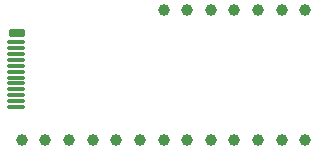
<source format=gbr>
%TF.GenerationSoftware,KiCad,Pcbnew,(6.0.4)*%
%TF.CreationDate,2022-08-13T13:22:29+02:00*%
%TF.ProjectId,mta1_usb,6d746131-5f75-4736-922e-6b696361645f,rev?*%
%TF.SameCoordinates,Original*%
%TF.FileFunction,Soldermask,Bot*%
%TF.FilePolarity,Negative*%
%FSLAX46Y46*%
G04 Gerber Fmt 4.6, Leading zero omitted, Abs format (unit mm)*
G04 Created by KiCad (PCBNEW (6.0.4)) date 2022-08-13 13:22:29*
%MOMM*%
%LPD*%
G01*
G04 APERTURE LIST*
G04 Aperture macros list*
%AMRoundRect*
0 Rectangle with rounded corners*
0 $1 Rounding radius*
0 $2 $3 $4 $5 $6 $7 $8 $9 X,Y pos of 4 corners*
0 Add a 4 corners polygon primitive as box body*
4,1,4,$2,$3,$4,$5,$6,$7,$8,$9,$2,$3,0*
0 Add four circle primitives for the rounded corners*
1,1,$1+$1,$2,$3*
1,1,$1+$1,$4,$5*
1,1,$1+$1,$6,$7*
1,1,$1+$1,$8,$9*
0 Add four rect primitives between the rounded corners*
20,1,$1+$1,$2,$3,$4,$5,0*
20,1,$1+$1,$4,$5,$6,$7,0*
20,1,$1+$1,$6,$7,$8,$9,0*
20,1,$1+$1,$8,$9,$2,$3,0*%
G04 Aperture macros list end*
%ADD10RoundRect,0.075000X-0.675000X-0.075000X0.675000X-0.075000X0.675000X0.075000X-0.675000X0.075000X0*%
%ADD11RoundRect,0.175000X-0.525000X-0.175000X0.525000X-0.175000X0.525000X0.175000X-0.525000X0.175000X0*%
%ADD12C,1.000000*%
G04 APERTURE END LIST*
D10*
%TO.C,P1*%
X101050000Y-91250000D03*
X101050000Y-91750000D03*
X101050000Y-92250000D03*
X101050000Y-92750000D03*
X101050000Y-93250000D03*
X101050000Y-93750000D03*
X101050000Y-94250000D03*
X101050000Y-94750000D03*
X101050000Y-95250000D03*
X101050000Y-95750000D03*
X101050000Y-96250000D03*
X101050000Y-96750000D03*
D11*
X101100000Y-90500000D03*
%TD*%
D12*
%TO.C,TP1*%
X103500000Y-99500000D03*
%TD*%
%TO.C,TP3*%
X107500000Y-99500000D03*
%TD*%
%TO.C,TP4*%
X109500000Y-99500000D03*
%TD*%
%TO.C,TP2*%
X105500000Y-99500000D03*
%TD*%
%TO.C,TP7*%
X113500000Y-99500000D03*
%TD*%
%TO.C,TP9*%
X117500000Y-99500000D03*
%TD*%
%TO.C,TP5*%
X125500000Y-88500000D03*
%TD*%
%TO.C,TP18*%
X119500000Y-99500000D03*
%TD*%
%TO.C,TP19*%
X121500000Y-99500000D03*
%TD*%
%TO.C,TP14*%
X115500000Y-88500000D03*
%TD*%
%TO.C,TP28*%
X101500000Y-99500000D03*
%TD*%
%TO.C,TP8*%
X115500000Y-99500000D03*
%TD*%
%TO.C,TP17*%
X123500000Y-88500000D03*
%TD*%
%TO.C,TP15*%
X119500000Y-88500000D03*
%TD*%
%TO.C,TP20*%
X123500000Y-99500000D03*
%TD*%
%TO.C,TP6*%
X111500000Y-99500000D03*
%TD*%
%TO.C,TP13*%
X117500000Y-88500000D03*
%TD*%
%TO.C,TP12*%
X113500000Y-88500000D03*
%TD*%
%TO.C,TP21*%
X125500000Y-99500000D03*
%TD*%
%TO.C,TP16*%
X121500000Y-88500000D03*
%TD*%
M02*

</source>
